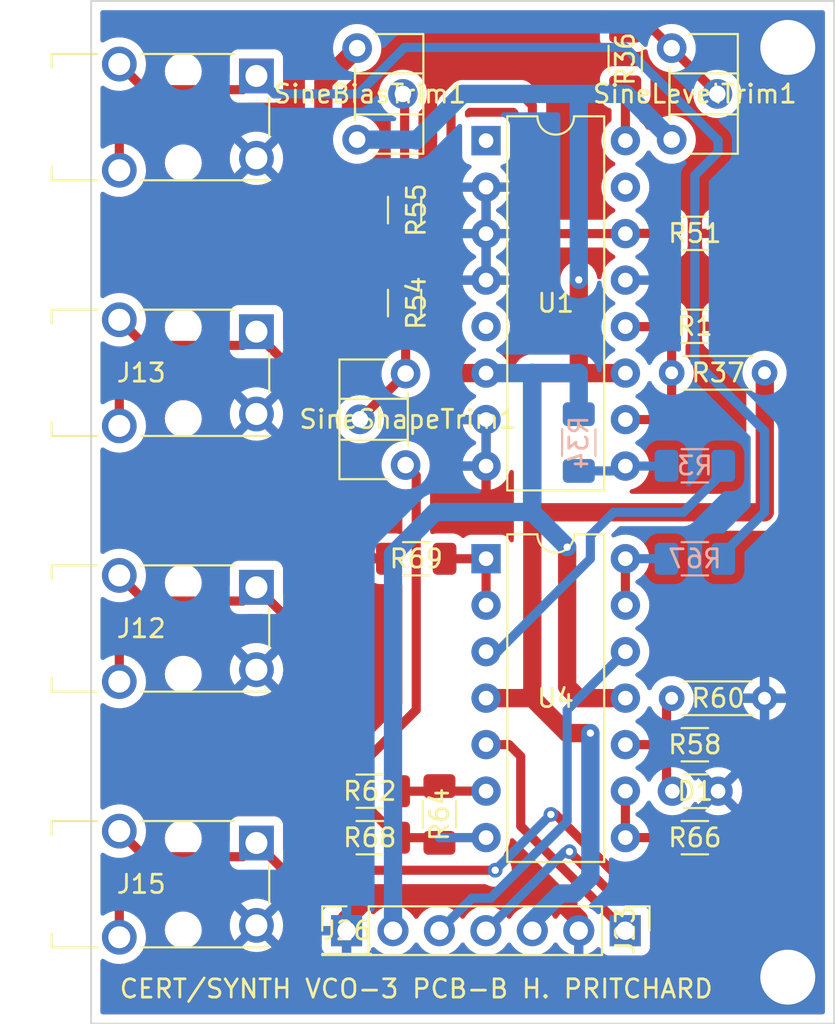
<source format=kicad_pcb>
(kicad_pcb (version 20211014) (generator pcbnew)
  (layers (0 "F.Cu" signal) (31 "B.Cu" signal) (34 "B.Paste" user) (35 "F.Paste" user) (36 "B.SilkS" user "B.Silkscreen") (37 "F.SilkS" user "F.Silkscreen") (38 "B.Mask" user) (39 "F.Mask" user) (44 "Edge.Cuts" user))
  (net 0 "")
  (net 1 "GND")
  (net 2 "Net-(D1-Pad2)")
  (net 3 "-15V")
  (net 4 "+15V")
  (net 5 "Net-(R68-Pad2)")
  (net 6 "Net-(R69-Pad2)")
  (net 7 "Net-(R67-Pad2)")
  (net 8 "Net-(R66-Pad2)")
  (net 9 "Net-(U1-Pad12)")
  (net 10 "Net-(R34-Pad2)")
  (net 11 "Net-(U4-Pad3)")
  (net 12 "Net-(R36-Pad1)")
  (net 13 "Net-(R36-Pad2)")
  (net 14 "Net-(R51-Pad2)")
  (net 15 "Net-(R54-Pad2)")
  (net 16 "Net-(R55-Pad2)")
  (net 17 "Net-(R58-Pad1)")
  (net 18 "Net-(R62-Pad2)")
  (net 19 "Net-(R64-Pad2)")
  (net 20 "Net-(R66-Pad1)")
  (net 21 "Net-(R67-Pad1)")
  (net 22 "Net-(R69-Pad1)")
  (net 26 "Net-(U4-Pad12)")
  (net 27 "Net-(U4-Pad5)")
  (footprint "Potentiometer_THT:Potentiometer_ACP_CA6-H2,5_Horizontal" (layer "F.Cu") (at 109.91 126.96 180)
    (fp_text reference "SineShapeTrim1" (at -0.121 2.5005) (layer "F.SilkS"))
    (fp_text value "100k Pot")
    (fp_line (start -0.121 1.066) (end -0.121 3.935) (layer "F.SilkS") (width 0.12))
    (fp_line (start 0.925 -0.77) (end 3.62 -0.77) (layer "F.SilkS") (width 0.12))
    (fp_line (start 0.925 5.77) (end 3.62 5.77) (layer "F.SilkS") (width 0.12))
    (fp_line (start 3.62 1.38) (end 3.62 3.62) (layer "F.SilkS") (width 0.12))
    (fp_line (start -0.121 1.38) (end -0.121 3.62) (layer "F.SilkS") (width 0.12))
    (fp_line (start 3.62 -0.77) (end 3.62 5.77) (layer "F.SilkS") (width 0.12))
    (fp_line (start -0.121 3.62) (end 3.62 3.62) (layer "F.SilkS") (width 0.12))
    (fp_line (start -0.121 1.38) (end 3.62 1.38) (layer "F.SilkS") (width 0.12))
    (pad "1" thru_hole circle (at 0 0 180) (size 1.62 1.62) (drill 0.9) (layers *.Cu *.Mask) (net 19 "Net-(R64-Pad2)"))
    (pad "2" thru_hole circle (at 2.5 2.5 180) (size 1.62 1.62) (drill 0.9) (layers *.Cu *.Mask) (net 15 "Net-(R54-Pad2)"))
    (pad "3" thru_hole circle (at 0 5 180) (size 1.62 1.62) (drill 0.9) (layers *.Cu *.Mask) (net 15 "Net-(R54-Pad2)"))
  )
  (footprint "Connector_PinHeader_2.54mm:PinHeader_1x01_P2.54mm_Vertical" (layer "F.Cu") (at 106.68 152.4)
    (fp_text reference "J26" (at 0 0) (layer "F.SilkS"))
    (fp_text value "Conn_01x01_Male")
    (fp_line (start 1.33 1.27) (end 1.33 1.33) (layer "F.SilkS") (width 0.12))
    (fp_line (start -1.33 1.27) (end -1.33 1.33) (layer "F.SilkS") (width 0.12))
    (fp_line (start -1.33 -1.33) (end 0 -1.33) (layer "F.SilkS") (width 0.12))
    (fp_line (start -1.33 1.33) (end 1.33 1.33) (layer "F.SilkS") (width 0.12))
    (fp_line (start -1.33 0) (end -1.33 -1.33) (layer "F.SilkS") (width 0.12))
    (fp_line (start -1.33 1.27) (end 1.33 1.27) (layer "F.SilkS") (width 0.12))
    (pad "1" thru_hole rect (at 0 0) (size 1.7 1.7) (drill 1) (layers *.Cu *.Mask) (net 1 "GND"))
  )
  (footprint "Resistor_SMD:R_1206_3216Metric_Pad1.30x1.75mm_HandSolder" (layer "F.Cu") (at 111.76 146.05 -90)
    (fp_text reference "R64" (at 0 0 90) (layer "F.SilkS"))
    (fp_text value "100k")
    (fp_line (start -0.727064 -0.91) (end 0.727064 -0.91) (layer "F.SilkS") (width 0.12))
    (fp_line (start -0.727064 0.91) (end 0.727064 0.91) (layer "F.SilkS") (width 0.12))
    (pad "1" smd roundrect (at -1.55 0 270) (size 1.3 1.75) (layers "F.Cu" "F.Paste" "F.Mask") (roundrect_rratio 0.1923076923) (net 18 "Net-(R62-Pad2)"))
    (pad "2" smd roundrect (at 1.55 0 270) (size 1.3 1.75) (layers "F.Cu" "F.Paste" "F.Mask") (roundrect_rratio 0.1923076923) (net 19 "Net-(R64-Pad2)"))
  )
  (footprint "Connector_Audio:Jack_3.5mm_Switronic_ST-005-G_horizontal" (layer "F.Cu") (at 95.25 135.89)
    (fp_text reference "J12" (at 0.2 0) (layer "F.SilkS"))
    (fp_text value "TRI OUt")
    (fp_line (start 0.2 3.45) (end 7.2 3.45) (layer "F.SilkS") (width 0.12))
    (fp_line (start -4.7 -3.45) (end -2.2 -3.45) (layer "F.SilkS") (width 0.12))
    (fp_line (start 7.2 -1.05) (end 7.2 1.05) (layer "F.SilkS") (width 0.12))
    (fp_line (start -4.7 3.45) (end -4.7 2.7) (layer "F.SilkS") (width 0.12))
    (fp_line (start -4.7 -2.7) (end -4.7 -3.45) (layer "F.SilkS") (width 0.12))
    (fp_line (start 0.2 -3.45) (end 5.3 -3.45) (layer "F.SilkS") (width 0.12))
    (fp_line (start -2.2 3.45) (end -4.7 3.45) (layer "F.SilkS") (width 0.12))
    (pad "" np_thru_hole circle (at 2.5 2.5) (size 1 1) (drill 1) (layers *.Cu *.Mask))
    (pad "" np_thru_hole circle (at 2.5 -2.5) (size 1 1) (drill 1) (layers *.Cu *.Mask))
    (pad "R" thru_hole rect (at 6.5 -2.25) (size 1.9 1.9) (drill 1.2) (layers *.Cu *.Mask) (net 5 "Net-(R68-Pad2)"))
    (pad "S" thru_hole circle (at 6.5 2.25) (size 1.9 1.9) (drill 1.2) (layers *.Cu *.Mask) (net 1 "GND"))
    (pad "T" thru_hole circle (at -1 -2.9) (size 1.9 1.9) (drill 1.2) (layers *.Cu *.Mask) (net 5 "Net-(R68-Pad2)"))
    (pad "T" thru_hole circle (at -1 2.9) (size 1.9 1.9) (drill 1.2) (layers *.Cu *.Mask) (net 5 "Net-(R68-Pad2)"))
  )
  (footprint "Package_DIP:DIP-14_W7.62mm" (layer "F.Cu") (at 114.31 132.075)
    (fp_text reference "U4" (at 3.8 7.625) (layer "F.SilkS"))
    (fp_text value "LM324")
    (fp_line (start 6.46 16.57) (end 6.46 -1.33) (layer "F.SilkS") (width 0.12))
    (fp_line (start 2.81 -1.33) (end 1.16 -1.33) (layer "F.SilkS") (width 0.12))
    (fp_line (start 1.16 -1.33) (end 1.16 16.57) (layer "F.SilkS") (width 0.12))
    (fp_line (start 6.46 -1.33) (end 4.81 -1.33) (layer "F.SilkS") (width 0.12))
    (fp_line (start 1.16 16.57) (end 6.46 16.57) (layer "F.SilkS") (width 0.12))
    (fp_arc (start 4.81 -1.33) (mid 3.81 -0.33) (end 2.81 -1.33) (layer "F.SilkS") (width 0.12))
    (pad "1" thru_hole rect (at 0 0) (size 1.6 1.6) (drill 0.8) (layers *.Cu *.Mask) (net 22 "Net-(R69-Pad1)"))
    (pad "2" thru_hole oval (at 0 2.54) (size 1.6 1.6) (drill 0.8) (layers *.Cu *.Mask) (net 22 "Net-(R69-Pad1)"))
    (pad "3" thru_hole oval (at 0 5.08) (size 1.6 1.6) (drill 0.8) (layers *.Cu *.Mask) (net 11 "Net-(U4-Pad3)"))
    (pad "4" thru_hole oval (at 0 7.62) (size 1.6 1.6) (drill 0.8) (layers *.Cu *.Mask) (net 4 "+15V"))
    (pad "5" thru_hole oval (at 0 10.16) (size 1.6 1.6) (drill 0.8) (layers *.Cu *.Mask) (net 27 "Net-(U4-Pad5)"))
    (pad "6" thru_hole oval (at 0 12.7) (size 1.6 1.6) (drill 0.8) (layers *.Cu *.Mask) (net 18 "Net-(R62-Pad2)"))
    (pad "7" thru_hole oval (at 0 15.24) (size 1.6 1.6) (drill 0.8) (layers *.Cu *.Mask) (net 19 "Net-(R64-Pad2)"))
    (pad "8" thru_hole oval (at 7.62 15.24) (size 1.6 1.6) (drill 0.8) (layers *.Cu *.Mask) (net 20 "Net-(R66-Pad1)"))
    (pad "9" thru_hole oval (at 7.62 12.7) (size 1.6 1.6) (drill 0.8) (layers *.Cu *.Mask) (net 20 "Net-(R66-Pad1)"))
    (pad "10" thru_hole oval (at 7.62 10.16) (size 1.6 1.6) (drill 0.8) (layers *.Cu *.Mask) (net 2 "Net-(D1-Pad2)"))
    (pad "11" thru_hole oval (at 7.62 7.62) (size 1.6 1.6) (drill 0.8) (layers *.Cu *.Mask) (net 3 "-15V"))
    (pad "12" thru_hole oval (at 7.62 5.08) (size 1.6 1.6) (drill 0.8) (layers *.Cu *.Mask) (net 26 "Net-(U4-Pad12)"))
    (pad "13" thru_hole oval (at 7.62 2.54) (size 1.6 1.6) (drill 0.8) (layers *.Cu *.Mask) (net 21 "Net-(R67-Pad1)"))
    (pad "14" thru_hole oval (at 7.62 0) (size 1.6 1.6) (drill 0.8) (layers *.Cu *.Mask) (net 21 "Net-(R67-Pad1)"))
  )
  (footprint "Resistor_THT:R_Axial_DIN0204_L3.6mm_D1.6mm_P5.08mm_Horizontal" (layer "F.Cu") (at 124.46 139.7)
    (fp_text reference "R60" (at 2.54 0) (layer "F.SilkS"))
    (fp_text value "47k")
    (fp_line (start 0.62 -0.92) (end 4.46 -0.92) (layer "F.SilkS") (width 0.12))
    (fp_line (start 0.62 0.92) (end 4.46 0.92) (layer "F.SilkS") (width 0.12))
    (pad "1" thru_hole circle (at 0 0) (size 1.4 1.4) (drill 0.7) (layers *.Cu *.Mask) (net 2 "Net-(D1-Pad2)"))
    (pad "2" thru_hole oval (at 5.08 0) (size 1.4 1.4) (drill 0.7) (layers *.Cu *.Mask) (net 1 "GND"))
  )
  (footprint "Capacitor_THT:C_Disc_D3.0mm_W1.6mm_P2.50mm" (layer "F.Cu") (at 127 144.78 180)
    (fp_text reference "D1" (at 1.25 0) (layer "F.SilkS"))
    (fp_text value "DIODE")
    (fp_line (start 0.621 -0.92) (end 1.879 -0.92) (layer "F.SilkS") (width 0.12))
    (fp_line (start 0.621 0.92) (end 1.879 0.92) (layer "F.SilkS") (width 0.12))
    (pad "1" thru_hole circle (at 0 0 180) (size 1.6 1.6) (drill 0.8) (layers *.Cu *.Mask) (net 1 "GND"))
    (pad "2" thru_hole circle (at 2.5 0 180) (size 1.6 1.6) (drill 0.8) (layers *.Cu *.Mask) (net 2 "Net-(D1-Pad2)"))
  )
  (footprint "Resistor_SMD:R_1206_3216Metric_Pad1.30x1.75mm_HandSolder" (layer "F.Cu") (at 125.73 147.32)
    (fp_text reference "R66" (at 0 0) (layer "F.SilkS"))
    (fp_text value "1k")
    (fp_line (start -0.727064 -0.91) (end 0.727064 -0.91) (layer "F.SilkS") (width 0.12))
    (fp_line (start -0.727064 0.91) (end 0.727064 0.91) (layer "F.SilkS") (width 0.12))
    (pad "1" smd roundrect (at -1.55 0) (size 1.3 1.75) (layers "F.Cu" "F.Paste" "F.Mask") (roundrect_rratio 0.1923076923) (net 20 "Net-(R66-Pad1)"))
    (pad "2" smd roundrect (at 1.55 0) (size 1.3 1.75) (layers "F.Cu" "F.Paste" "F.Mask") (roundrect_rratio 0.1923076923) (net 8 "Net-(R66-Pad2)"))
  )
  (footprint "Connector_PinHeader_2.54mm:PinHeader_1x06_P2.54mm_Vertical" (layer "F.Cu") (at 121.92 152.4 -90)
    (fp_text reference "J23" (at 0 0 90) (layer "F.SilkS"))
    (fp_text value "Conn_01x06_Male")
    (fp_line (start -1.33 0) (end -1.33 -1.33) (layer "F.SilkS") (width 0.12))
    (fp_line (start -1.33 1.27) (end 1.33 1.27) (layer "F.SilkS") (width 0.12))
    (fp_line (start -1.33 -1.33) (end 0 -1.33) (layer "F.SilkS") (width 0.12))
    (fp_line (start 1.33 1.27) (end 1.33 14.03) (layer "F.SilkS") (width 0.12))
    (fp_line (start -1.33 14.03) (end 1.33 14.03) (layer "F.SilkS") (width 0.12))
    (fp_line (start -1.33 1.27) (end -1.33 14.03) (layer "F.SilkS") (width 0.12))
    (pad "1" thru_hole rect (at 0 0 270) (size 1.7 1.7) (drill 1) (layers *.Cu *.Mask) (net 27 "Net-(U4-Pad5)"))
    (pad "2" thru_hole oval (at 0 2.54 270) (size 1.7 1.7) (drill 1) (layers *.Cu *.Mask) (net 1 "GND"))
    (pad "3" thru_hole oval (at 0 5.08 270) (size 1.7 1.7) (drill 1) (layers *.Cu *.Mask) (net 4 "+15V"))
    (pad "4" thru_hole oval (at 0 7.62 270) (size 1.7 1.7) (drill 1) (layers *.Cu *.Mask) (net 17 "Net-(R58-Pad1)"))
    (pad "5" thru_hole oval (at 0 10.16 270) (size 1.7 1.7) (drill 1) (layers *.Cu *.Mask) (net 26 "Net-(U4-Pad12)"))
    (pad "6" thru_hole oval (at 0 12.7 270) (size 1.7 1.7) (drill 1) (layers *.Cu *.Mask) (net 3 "-15V"))
  )
  (footprint "Resistor_SMD:R_1206_3216Metric_Pad1.30x1.75mm_HandSolder" (layer "F.Cu") (at 109.855 113.03 90)
    (fp_text reference "R55" (at 0 0.635 90) (layer "F.SilkS"))
    (fp_text value "470k")
    (fp_line (start -0.727064 0.91) (end 0.727064 0.91) (layer "F.SilkS") (width 0.12))
    (fp_line (start -0.727064 -0.91) (end 0.727064 -0.91) (layer "F.SilkS") (width 0.12))
    (pad "1" smd roundrect (at -1.55 0 90) (size 1.3 1.75) (layers "F.Cu" "F.Paste" "F.Mask") (roundrect_rratio 0.1923076923) (net 14 "Net-(R51-Pad2)"))
    (pad "2" smd roundrect (at 1.55 0 90) (size 1.3 1.75) (layers "F.Cu" "F.Paste" "F.Mask") (roundrect_rratio 0.1923076923) (net 16 "Net-(R55-Pad2)"))
  )
  (footprint "Resistor_SMD:R_1206_3216Metric_Pad1.30x1.75mm_HandSolder" (layer "F.Cu") (at 109.855 118.11 -90)
    (fp_text reference "R54" (at 0 -0.635 90) (layer "F.SilkS"))
    (fp_text value "20k")
    (fp_line (start -0.727064 -0.91) (end 0.727064 -0.91) (layer "F.SilkS") (width 0.12))
    (fp_line (start -0.727064 0.91) (end 0.727064 0.91) (layer "F.SilkS") (width 0.12))
    (pad "1" smd roundrect (at -1.55 0 270) (size 1.3 1.75) (layers "F.Cu" "F.Paste" "F.Mask") (roundrect_rratio 0.1923076923) (net 14 "Net-(R51-Pad2)"))
    (pad "2" smd roundrect (at 1.55 0 270) (size 1.3 1.75) (layers "F.Cu" "F.Paste" "F.Mask") (roundrect_rratio 0.1923076923) (net 15 "Net-(R54-Pad2)"))
  )
  (footprint "Resistor_SMD:R_1206_3216Metric_Pad1.30x1.75mm_HandSolder" (layer "F.Cu") (at 125.73 119.38 180)
    (fp_text reference "R1" (at 0 0) (layer "F.SilkS"))
    (fp_text value "130k")
    (fp_line (start -0.727064 -0.91) (end 0.727064 -0.91) (layer "F.SilkS") (width 0.12))
    (fp_line (start -0.727064 0.91) (end 0.727064 0.91) (layer "F.SilkS") (width 0.12))
    (pad "1" smd roundrect (at -1.55 0 180) (size 1.3 1.75) (layers "F.Cu" "F.Paste" "F.Mask") (roundrect_rratio 0.1923076923) (net 1 "GND"))
    (pad "2" smd roundrect (at 1.55 0 180) (size 1.3 1.75) (layers "F.Cu" "F.Paste" "F.Mask") (roundrect_rratio 0.1923076923) (net 9 "Net-(U1-Pad12)"))
  )
  (footprint "Resistor_SMD:R_1206_3216Metric_Pad1.30x1.75mm_HandSolder" (layer "F.Cu") (at 107.95 144.78)
    (fp_text reference "R62" (at 0 0) (layer "F.SilkS"))
    (fp_text value "100k")
    (fp_line (start -0.727064 -0.91) (end 0.727064 -0.91) (layer "F.SilkS") (width 0.12))
    (fp_line (start -0.727064 0.91) (end 0.727064 0.91) (layer "F.SilkS") (width 0.12))
    (pad "1" smd roundrect (at -1.55 0) (size 1.3 1.75) (layers "F.Cu" "F.Paste" "F.Mask") (roundrect_rratio 0.1923076923) (net 1 "GND"))
    (pad "2" smd roundrect (at 1.55 0) (size 1.3 1.75) (layers "F.Cu" "F.Paste" "F.Mask") (roundrect_rratio 0.1923076923) (net 18 "Net-(R62-Pad2)"))
  )
  (footprint "Package_DIP:DIP-16_W7.62mm" (layer "F.Cu") (at 114.31 109.235)
    (fp_text reference "U1" (at 3.81 8.875) (layer "F.SilkS"))
    (fp_text value "LM13700")
    (fp_line (start 2.81 -1.33) (end 1.16 -1.33) (layer "F.SilkS") (width 0.12))
    (fp_line (start 1.16 19.11) (end 6.46 19.11) (layer "F.SilkS") (width 0.12))
    (fp_line (start 1.16 -1.33) (end 1.16 19.11) (layer "F.SilkS") (width 0.12))
    (fp_line (start 6.46 -1.33) (end 4.81 -1.33) (layer "F.SilkS") (width 0.12))
    (fp_line (start 6.46 19.11) (end 6.46 -1.33) (layer "F.SilkS") (width 0.12))
    (fp_arc (start 4.81 -1.33) (mid 3.81 -0.33) (end 2.81 -1.33) (layer "F.SilkS") (width 0.12))
    (pad "1" thru_hole rect (at 0 0) (size 1.6 1.6) (drill 0.8) (layers *.Cu *.Mask))
    (pad "2" thru_hole oval (at 0 2.54) (size 1.6 1.6) (drill 0.8) (layers *.Cu *.Mask) (net 1 "GND"))
    (pad "3" thru_hole oval (at 0 5.08) (size 1.6 1.6) (drill 0.8) (layers *.Cu *.Mask) (net 1 "GND"))
    (pad "4" thru_hole oval (at 0 7.62) (size 1.6 1.6) (drill 0.8) (layers *.Cu *.Mask) (net 1 "GND"))
    (pad "5" thru_hole oval (at 0 10.16) (size 1.6 1.6) (drill 0.8) (layers *.Cu *.Mask))
    (pad "6" thru_hole oval (at 0 12.7) (size 1.6 1.6) (drill 0.8) (layers *.Cu *.Mask) (net 3 "-15V"))
    (pad "7" thru_hole oval (at 0 15.24) (size 1.6 1.6) (drill 0.8) (layers *.Cu *.Mask) (net 1 "GND"))
    (pad "8" thru_hole oval (at 0 17.78) (size 1.6 1.6) (drill 0.8) (layers *.Cu *.Mask) (net 1 "GND"))
    (pad "9" thru_hole oval (at 7.62 17.78) (size 1.6 1.6) (drill 0.8) (layers *.Cu *.Mask) (net 10 "Net-(R34-Pad2)"))
    (pad "10" thru_hole oval (at 7.62 15.24) (size 1.6 1.6) (drill 0.8) (layers *.Cu *.Mask) (net 9 "Net-(U1-Pad12)"))
    (pad "11" thru_hole oval (at 7.62 12.7) (size 1.6 1.6) (drill 0.8) (layers *.Cu *.Mask) (net 4 "+15V"))
    (pad "12" thru_hole oval (at 7.62 10.16) (size 1.6 1.6) (drill 0.8) (layers *.Cu *.Mask) (net 9 "Net-(U1-Pad12)"))
    (pad "13" thru_hole oval (at 7.62 7.62) (size 1.6 1.6) (drill 0.8) (layers *.Cu *.Mask) (net 1 "GND"))
    (pad "14" thru_hole oval (at 7.62 5.08) (size 1.6 1.6) (drill 0.8) (layers *.Cu *.Mask) (net 14 "Net-(R51-Pad2)"))
    (pad "15" thru_hole oval (at 7.62 2.54) (size 1.6 1.6) (drill 0.8) (layers *.Cu *.Mask))
    (pad "16" thru_hole oval (at 7.62 0) (size 1.6 1.6) (drill 0.8) (layers *.Cu *.Mask) (net 13 "Net-(R36-Pad2)"))
  )
  (footprint "Potentiometer_THT:Potentiometer_ACP_CA6-H2,5_Horizontal" (layer "F.Cu") (at 107.26 104.18)
    (fp_text reference "SineBiasTrim1" (at 0.69 2.5) (layer "F.SilkS"))
    (fp_text value "100k Pot")
    (fp_line (start -0.121 1.38) (end 3.62 1.38) (layer "F.SilkS") (width 0.12))
    (fp_line (start 3.62 1.38) (end 3.62 3.62) (layer "F.SilkS") (width 0.12))
    (fp_line (start -0.121 1.066) (end -0.121 3.935) (layer "F.SilkS") (width 0.12))
    (fp_line (start 3.62 -0.77) (end 3.62 5.77) (layer "F.SilkS") (width 0.12))
    (fp_line (start -0.121 1.38) (end -0.121 3.62) (layer "F.SilkS") (width 0.12))
    (fp_line (start -0.121 3.62) (end 3.62 3.62) (layer "F.SilkS") (width 0.12))
    (fp_line (start 0.925 5.77) (end 3.62 5.77) (layer "F.SilkS") (width 0.12))
    (fp_line (start 0.925 -0.77) (end 3.62 -0.77) (layer "F.SilkS") (width 0.12))
    (pad "1" thru_hole circle (at 0 0) (size 1.62 1.62) (drill 0.9) (layers *.Cu *.Mask) (net 3 "-15V"))
    (pad "2" thru_hole circle (at 2.5 2.5) (size 1.62 1.62) (drill 0.9) (layers *.Cu *.Mask) (net 16 "Net-(R55-Pad2)"))
    (pad "3" thru_hole circle (at 0 5) (size 1.62 1.62) (drill 0.9) (layers *.Cu *.Mask) (net 4 "+15V"))
  )
  (footprint "Resistor_SMD:R_1206_3216Metric_Pad1.30x1.75mm_HandSolder" (layer "F.Cu") (at 110.49 132.08 180)
    (fp_text reference "R69" (at 0 0) (layer "F.SilkS"))
    (fp_text value "1k")
    (fp_line (start -0.727064 0.91) (end 0.727064 0.91) (layer "F.SilkS") (width 0.12))
    (fp_line (start -0.727064 -0.91) (end 0.727064 -0.91) (layer "F.SilkS") (width 0.12))
    (pad "1" smd roundrect (at -1.55 0 180) (size 1.3 1.75) (layers "F.Cu" "F.Paste" "F.Mask") (roundrect_rratio 0.1923076923) (net 22 "Net-(R69-Pad1)"))
    (pad "2" smd roundrect (at 1.55 0 180) (size 1.3 1.75) (layers "F.Cu" "F.Paste" "F.Mask") (roundrect_rratio 0.1923076923) (net 6 "Net-(R69-Pad2)"))
  )
  (footprint "Connector_Audio:Jack_3.5mm_Switronic_ST-005-G_horizontal" (layer "F.Cu") (at 95.25 121.92)
    (fp_text reference "J13" (at 0.2 0) (layer "F.SilkS"))
    (fp_text value "SIN OUT")
    (fp_line (start 0.2 3.45) (end 7.2 3.45) (layer "F.SilkS") (width 0.12))
    (fp_line (start 7.2 -1.05) (end 7.2 1.05) (layer "F.SilkS") (width 0.12))
    (fp_line (start -4.7 -3.45) (end -2.2 -3.45) (layer "F.SilkS") (width 0.12))
    (fp_line (start -2.2 3.45) (end -4.7 3.45) (layer "F.SilkS") (width 0.12))
    (fp_line (start -4.7 -2.7) (end -4.7 -3.45) (layer "F.SilkS") (width 0.12))
    (fp_line (start 0.2 -3.45) (end 5.3 -3.45) (layer "F.SilkS") (width 0.12))
    (fp_line (start -4.7 3.45) (end -4.7 2.7) (layer "F.SilkS") (width 0.12))
    (pad "" np_thru_hole circle (at 2.5 2.5) (size 1 1) (drill 1) (layers *.Cu *.Mask))
    (pad "" np_thru_hole circle (at 2.5 -2.5) (size 1 1) (drill 1) (layers *.Cu *.Mask))
    (pad "R" thru_hole rect (at 6.5 -2.25) (size 1.9 1.9) (drill 1.2) (layers *.Cu *.Mask) (net 6 "Net-(R69-Pad2)"))
    (pad "S" thru_hole circle (at 6.5 2.25) (size 1.9 1.9) (drill 1.2) (layers *.Cu *.Mask) (net 1 "GND"))
    (pad "T" thru_hole circle (at -1 2.9) (size 1.9 1.9) (drill 1.2) (layers *.Cu *.Mask) (net 6 "Net-(R69-Pad2)"))
    (pad "T" thru_hole circle (at -1 -2.9) (size 1.9 1.9) (drill 1.2) (layers *.Cu *.Mask) (net 6 "Net-(R69-Pad2)"))
  )
  (footprint "Connector_Audio:Jack_3.5mm_Switronic_ST-005-G_horizontal" (layer "F.Cu") (at 95.25 107.95)
    (fp_text reference "J14" hide)
    (fp_text value "SAW OUt")
    (fp_line (start -4.7 3.45) (end -4.7 2.7) (layer "F.SilkS") (width 0.12))
    (fp_line (start -4.7 -2.7) (end -4.7 -3.45) (layer "F.SilkS") (width 0.12))
    (fp_line (start 0.2 -3.45) (end 5.3 -3.45) (layer "F.SilkS") (width 0.12))
    (fp_line (start -4.7 -3.45) (end -2.2 -3.45) (layer "F.SilkS") (width 0.12))
    (fp_line (start -2.2 3.45) (end -4.7 3.45) (layer "F.SilkS") (width 0.12))
    (fp_line (start 7.2 -1.05) (end 7.2 1.05) (layer "F.SilkS") (width 0.12))
    (fp_line (start 0.2 3.45) (end 7.2 3.45) (layer "F.SilkS") (width 0.12))
    (pad "" np_thru_hole circle (at 2.5 2.5) (size 1 1) (drill 1) (layers *.Cu *.Mask))
    (pad "" np_thru_hole circle (at 2.5 -2.5) (size 1 1) (drill 1) (layers *.Cu *.Mask))
    (pad "R" thru_hole rect (at 6.5 -2.25) (size 1.9 1.9) (drill 1.2) (layers *.Cu *.Mask) (net 7 "Net-(R67-Pad2)"))
    (pad "S" thru_hole circle (at 6.5 2.25) (size 1.9 1.9) (drill 1.2) (layers *.Cu *.Mask) (net 1 "GND"))
    (pad "T" thru_hole circle (at -1 2.9) (size 1.9 1.9) (drill 1.2) (layers *.Cu *.Mask) (net 7 "Net-(R67-Pad2)"))
    (pad "T" thru_hole circle (at -1 -2.9) (size 1.9 1.9) (drill 1.2) (layers *.Cu *.Mask) (net 7 "Net-(R67-Pad2)"))
  )
  (footprint "Resistor_SMD:R_1206_3216Metric_Pad1.30x1.75mm_HandSolder" (layer "F.Cu") (at 107.95 147.32 180)
    (fp_text reference "R68" (at 0 0) (layer "F.SilkS"))
    (fp_text value "1k")
    (fp_line (start -0.727064 -0.91) (end 0.727064 -0.91) (layer "F.SilkS") (width 0.12))
    (fp_line (start -0.727064 0.91) (end 0.727064 0.91) (layer "F.SilkS") (width 0.12))
    (pad "1" smd roundrect (at -1.55 0 180) (size 1.3 1.75) (layers "F.Cu" "F.Paste" "F.Mask") (roundrect_rratio 0.1923076923) (net 19 "Net-(R64-Pad2)"))
    (pad "2" smd roundrect (at 1.55 0 180) (size 1.3 1.75) (layers "F.Cu" "F.Paste" "F.Mask") (roundrect_rratio 0.1923076923) (net 5 "Net-(R68-Pad2)"))
  )
  (footprint "Resistor_THT:R_Axial_DIN0204_L3.6mm_D1.6mm_P5.08mm_Horizontal" (layer "F.Cu") (at 129.54 121.92 180)
    (fp_text reference "R37" (at 2.54 0) (layer "F.SilkS"))
    (fp_text value "1M")
    (fp_line (start 0.62 0.92) (end 4.46 0.92) (layer "F.SilkS") (width 0.12))
    (fp_line (start 0.62 -0.92) (end 4.46 -0.92) (layer "F.SilkS") (width 0.12))
    (pad "1" thru_hole circle (at 0 0 180) (size 1.4 1.4) (drill 0.7) (layers *.Cu *.Mask) (net 4 "+15V"))
    (pad "2" thru_hole oval (at 5.08 0 180) (size 1.4 1.4) (drill 0.7) (layers *.Cu *.Mask) (net 9 "Net-(U1-Pad12)"))
  )
  (footprint "Resistor_SMD:R_1206_3216Metric_Pad1.30x1.75mm_HandSolder" (layer "F.Cu") (at 125.73 142.24 180)
    (fp_text reference "R58" (at 0 0) (layer "F.SilkS"))
    (fp_text value "2k")
    (fp_line (start -0.727064 -0.91) (end 0.727064 -0.91) (layer "F.SilkS") (width 0.12))
    (fp_line (start -0.727064 0.91) (end 0.727064 0.91) (layer "F.SilkS") (width 0.12))
    (pad "1" smd roundrect (at -1.55 0 180) (size 1.3 1.75) (layers "F.Cu" "F.Paste" "F.Mask") (roundrect_rratio 0.1923076923) (net 17 "Net-(R58-Pad1)"))
    (pad "2" smd roundrect (at 1.55 0 180) (size 1.3 1.75) (layers "F.Cu" "F.Paste" "F.Mask") (roundrect_rratio 0.1923076923) (net 2 "Net-(D1-Pad2)"))
  )
  (footprint "Connector_Audio:Jack_3.5mm_Switronic_ST-005-G_horizontal" (layer "F.Cu") (at 95.25 149.86)
    (fp_text reference "J15" (at 0.2 0) (layer "F.SilkS"))
    (fp_text value "SQR OUT")
    (fp_line (start -4.7 -2.7) (end -4.7 -3.45) (layer "F.SilkS") (width 0.12))
    (fp_line (start -2.2 3.45) (end -4.7 3.45) (layer "F.SilkS") (width 0.12))
    (fp_line (start 7.2 -1.05) (end 7.2 1.05) (layer "F.SilkS") (width 0.12))
    (fp_line (start -4.7 3.45) (end -4.7 2.7) (layer "F.SilkS") (width 0.12))
    (fp_line (start -4.7 -3.45) (end -2.2 -3.45) (layer "F.SilkS") (width 0.12))
    (fp_line (start 0.2 -3.45) (end 5.3 -3.45) (layer "F.SilkS") (width 0.12))
    (fp_line (start 0.2 3.45) (end 7.2 3.45) (layer "F.SilkS") (width 0.12))
    (pad "" np_thru_hole circle (at 2.5 2.5) (size 1 1) (drill 1) (layers *.Cu *.Mask))
    (pad "" np_thru_hole circle (at 2.5 -2.5) (size 1 1) (drill 1) (layers *.Cu *.Mask))
    (pad "R" thru_hole rect (at 6.5 -2.25) (size 1.9 1.9) (drill 1.2) (layers *.Cu *.Mask) (net 8 "Net-(R66-Pad2)"))
    (pad "S" thru_hole circle (at 6.5 2.25) (size 1.9 1.9) (drill 1.2) (layers *.Cu *.Mask) (net 1 "GND"))
    (pad "T" thru_hole circle (at -1 2.9) (size 1.9 1.9) (drill 1.2) (layers *.Cu *.Mask) (net 8 "Net-(R66-Pad2)"))
    (pad "T" thru_hole circle (at -1 -2.9) (size 1.9 1.9) (drill 1.2) (layers *.Cu *.Mask) (net 8 "Net-(R66-Pad2)"))
  )
  (footprint "Resistor_SMD:R_1206_3216Metric_Pad1.30x1.75mm_HandSolder" (layer "F.Cu") (at 125.73 114.3 180)
    (fp_text reference "R51" (at 0 0) (layer "F.SilkS"))
    (fp_text value "1k")
    (fp_line (start -0.727064 -0.91) (end 0.727064 -0.91) (layer "F.SilkS") (width 0.12))
    (fp_line (start -0.727064 0.91) (end 0.727064 0.91) (layer "F.SilkS") (width 0.12))
    (pad "1" smd roundrect (at -1.55 0 180) (size 1.3 1.75) (layers "F.Cu" "F.Paste" "F.Mask") (roundrect_rratio 0.1923076923) (net 1 "GND"))
    (pad "2" smd roundrect (at 1.55 0 180) (size 1.3 1.75) (layers "F.Cu" "F.Paste" "F.Mask") (roundrect_rratio 0.1923076923) (net 14 "Net-(R51-Pad2)"))
  )
  (footprint "Potentiometer_THT:Potentiometer_ACP_CA6-H2,5_Horizontal" (layer "F.Cu") (at 124.46 104.18)
    (fp_text reference "SineLevelTrim1" (at 1.27 2.5) (layer "F.SilkS"))
    (fp_text value "1M Pot")
    (fp_line (start 3.62 -0.77) (end 3.62 5.77) (layer "F.SilkS") (width 0.12))
    (fp_line (start 0.925 5.77) (end 3.62 5.77) (layer "F.SilkS") (width 0.12))
    (fp_line (start -0.121 1.38) (end -0.121 3.62) (layer "F.SilkS") (width 0.12))
    (fp_line (start 0.925 -0.77) (end 3.62 -0.77) (layer "F.SilkS") (width 0.12))
    (fp_line (start -0.121 1.066) (end -0.121 3.935) (layer "F.SilkS") (width 0.12))
    (fp_line (start -0.121 1.38) (end 3.62 1.38) (layer "F.SilkS") (width 0.12))
    (fp_line (start 3.62 1.38) (end 3.62 3.62) (layer "F.SilkS") (width 0.12))
    (fp_line (start -0.121 3.62) (end 3.62 3.62) (layer "F.SilkS") (width 0.12))
    (pad "1" thru_hole circle (at 0 0) (size 1.62 1.62) (drill 0.9) (layers *.Cu *.Mask) (net 12 "Net-(R36-Pad1)"))
    (pad "2" thru_hole circle (at 2.5 2.5) (size 1.62 1.62) (drill 0.9) (layers *.Cu *.Mask) (net 12 "Net-(R36-Pad1)"))
    (pad "3" thru_hole circle (at 0 5) (size 1.62 1.62) (drill 0.9) (layers *.Cu *.Mask) (net 4 "+15V"))
  )
  (footprint "Resistor_SMD:R_1206_3216Metric_Pad1.30x1.75mm_HandSolder" (layer "F.Cu") (at 121.92 104.775 -90)
    (fp_text reference "R36" (at 0 0 90) (layer "F.SilkS"))
    (fp_text value "100k")
    (fp_line (start -0.727064 -0.91) (end 0.727064 -0.91) (layer "F.SilkS") (width 0.12))
    (fp_line (start -0.727064 0.91) (end 0.727064 0.91) (layer "F.SilkS") (width 0.12))
    (pad "1" smd roundrect (at -1.55 0 270) (size 1.3 1.75) (layers "F.Cu" "F.Paste" "F.Mask") (roundrect_rratio 0.1923076923) (net 12 "Net-(R36-Pad1)"))
    (pad "2" smd roundrect (at 1.55 0 270) (size 1.3 1.75) (layers "F.Cu" "F.Paste" "F.Mask") (roundrect_rratio 0.1923076923) (net 13 "Net-(R36-Pad2)"))
  )
  (footprint "Resistor_SMD:R_1206_3216Metric_Pad1.30x1.75mm_HandSolder" (layer "B.Cu") (at 125.73 127)
    (fp_text reference "R3" (at 0 0) (layer "B.SilkS") (effects (justify mirror)))
    (fp_text value "1k")
    (fp_line (start -0.727064 0.91) (end 0.727064 0.91) (layer "B.SilkS") (width 0.12))
    (fp_line (start -0.727064 -0.91) (end 0.727064 -0.91) (layer "B.SilkS") (width 0.12))
    (pad "1" smd roundrect (at -1.55 0) (size 1.3 1.75) (layers "B.Cu" "B.Paste" "B.Mask") (roundrect_rratio 0.1923076923) (net 10 "Net-(R34-Pad2)"))
    (pad "2" smd roundrect (at 1.55 0) (size 1.3 1.75) (layers "B.Cu" "B.Paste" "B.Mask") (roundrect_rratio 0.1923076923) (net 11 "Net-(U4-Pad3)"))
  )
  (footprint "Resistor_SMD:R_1206_3216Metric_Pad1.30x1.75mm_HandSolder" (layer "B.Cu") (at 125.73 132.08)
    (fp_text reference "R67" (at 0 0) (layer "B.SilkS") (effects (justify mirror)))
    (fp_text value "1k")
    (fp_line (start -0.727064 0.91) (end 0.727064 0.91) (layer "B.SilkS") (width 0.12))
    (fp_line (start -0.727064 -0.91) (end 0.727064 -0.91) (layer "B.SilkS") (width 0.12))
    (pad "1" smd roundrect (at -1.55 0) (size 1.3 1.75) (layers "B.Cu" "B.Paste" "B.Mask") (roundrect_rratio 0.1923076923) (net 21 "Net-(R67-Pad1)"))
    (pad "2" smd roundrect (at 1.55 0) (size 1.3 1.75) (layers "B.Cu" "B.Paste" "B.Mask") (roundrect_rratio 0.1923076923) (net 7 "Net-(R67-Pad2)"))
  )
  (footprint "Resistor_SMD:R_1206_3216Metric_Pad1.30x1.75mm_HandSolder" (layer "B.Cu") (at 119.38 125.73 -90)
    (fp_text reference "R34" (at 0 0 90) (layer "B.SilkS") (effects (justify mirror)))
    (fp_text value "4.7k")
    (fp_line (start -0.727064 -0.91) (end 0.727064 -0.91) (layer "B.SilkS") (width 0.12))
    (fp_line (start -0.727064 0.91) (end 0.727064 0.91) (layer "B.SilkS") (width 0.12))
    (pad "1" smd roundrect (at -1.55 0 270) (size 1.3 1.75) (layers "B.Cu" "B.Paste" "B.Mask") (roundrect_rratio 0.1923076923) (net 3 "-15V"))
    (pad "2" smd roundrect (at 1.55 0 270) (size 1.3 1.75) (layers "B.Cu" "B.Paste" "B.Mask") (roundrect_rratio 0.1923076923) (net 10 "Net-(R34-Pad2)"))
  )
  (gr_rect (start 92.71 101.6) (end 133.35 157.48) (layer "Edge.Cuts") (width 0.1) (fill none))
  (gr_rect (start 92.71 101.6) (end 133.35 157.48) (layer "Edge.Cuts") (width 0.1) (fill none))
  (gr_text "CERT/SYNTH VCO-3 PCB-B H. PRITCHARD" (at 110.49 155.575) (layer "F.SilkS") (effects (font (size 1 1))))
  (segment (start 119.38 151.765) (end 119.38 152.4) (width 1) (layer "F.Cu") (net 1))
  (segment (start 107.95 150.495) (end 118.11 150.495) (width 1) (layer "F.Cu") (net 1))
  (segment (start 106.68 151.765) (end 107.95 150.495) (width 1) (layer "F.Cu") (net 1))
  (segment (start 118.11 150.495) (end 119.38 151.765) (width 1) (layer "F.Cu") (net 1))
  (segment (start 106.68 152.4) (end 106.68 151.765) (width 1) (layer "F.Cu") (net 1))
  (via (at 130.81 154.94) (size 3) (drill 3) (layers "F.Cu" "B.Cu") (net 1))
  (via (at 130.81 104.14) (size 3) (drill 3) (layers "F.Cu" "B.Cu") (net 1))
  (segment (start 124.175 142.235) (end 124.18 142.24) (width 0.5) (layer "F.Cu") (net 2))
  (segment (start 124.18 144.46) (end 124.5 144.78) (width 0.5) (layer "F.Cu") (net 2))
  (segment (start 124.18 139.98) (end 124.46 139.7) (width 0.5) (layer "F.Cu") (net 2))
  (segment (start 121.93 142.235) (end 124.175 142.235) (width 0.5) (layer "F.Cu") (net 2))
  (segment (start 124.18 142.24) (end 124.18 144.46) (width 0.5) (layer "F.Cu") (net 2))
  (segment (start 124.18 142.24) (end 124.18 139.98) (width 0.5) (layer "F.Cu") (net 2))
  (segment (start 105.41 106.03) (end 107.26 104.18) (width 1) (layer "F.Cu") (net 3))
  (segment (start 114.31 121.935) (end 111.775 121.935) (width 1) (layer "F.Cu") (net 3))
  (segment (start 111.76 118.11) (end 105.41 118.11) (width 1) (layer "F.Cu") (net 3))
  (segment (start 119.385 139.695) (end 119.38 139.7) (width 1) (layer "F.Cu") (net 3))
  (segment (start 111.775 121.935) (end 111.76 121.92) (width 1) (layer "F.Cu") (net 3))
  (segment (start 121.93 139.695) (end 119.385 139.695) (width 1) (layer "F.Cu") (net 3))
  (segment (start 119.38 139.7) (end 118.745 139.065) (width 1) (layer "F.Cu") (net 3))
  (segment (start 111.76 121.92) (end 111.76 118.11) (width 1) (layer "F.Cu") (net 3))
  (segment (start 118.745 139.065) (end 118.745 131.445) (width 1) (layer "F.Cu") (net 3))
  (segment (start 105.41 118.11) (end 105.41 106.03) (width 1) (layer "F.Cu") (net 3))
  (via (at 118.745 131.445) (size 0.8) (drill 0.4) (layers "F.Cu" "B.Cu") (net 3))
  (segment (start 109.22 152.4) (end 109.22 131.826) (width 1) (layer "B.Cu") (net 3))
  (segment (start 116.825 121.935) (end 116.825 129.525) (width 1) (layer "B.Cu") (net 3))
  (segment (start 119.38 121.92) (end 119.365 121.935) (width 1) (layer "B.Cu") (net 3))
  (segment (start 116.825 121.935) (end 114.31 121.935) (width 1) (layer "B.Cu") (net 3))
  (segment (start 119.38 124.18) (end 119.38 121.95) (width 1) (layer "B.Cu") (net 3))
  (segment (start 109.22 131.826) (end 111.521 129.525) (width 1) (layer "B.Cu") (net 3))
  (segment (start 119.365 121.935) (end 116.825 121.935) (width 1) (layer "B.Cu") (net 3))
  (segment (start 111.521 129.525) (end 116.825 129.525) (width 1) (layer "B.Cu") (net 3))
  (segment (start 119.38 121.95) (end 119.365 121.935) (width 1) (layer "B.Cu") (net 3))
  (segment (start 116.825 129.525) (end 118.745 131.445) (width 1) (layer "B.Cu") (net 3))
  (segment (start 129.54 129.54) (end 129.55452 129.52548) (width 1) (layer "F.Cu") (net 4))
  (segment (start 116.84 129.54) (end 116.84 121.92) (width 1) (layer "F.Cu") (net 4))
  (segment (start 129.55452 129.52548) (end 129.55452 121.93452) (width 1) (layer "F.Cu") (net 4))
  (segment (start 116.835 139.695) (end 118.745 141.605) (width 1) (layer "F.Cu") (net 4))
  (segment (start 129.55452 121.93452) (end 129.54 121.92) (width 1) (layer "F.Cu") (net 4))
  (segment (start 116.84 129.54) (end 129.54 129.54) (width 1) (layer "F.Cu") (net 4))
  (segment (start 116.84 121.92) (end 116.855 121.935) (width 1) (layer "F.Cu") (net 4))
  (segment (start 118.745 141.605) (end 120.015 141.605) (width 1) (layer "F.Cu") (net 4))
  (segment (start 119.365 121.935) (end 119.38 121.92) (width 1) (layer "F.Cu") (net 4))
  (segment (start 116.855 121.935) (end 119.365 121.935) (width 1) (layer "F.Cu") (net 4))
  (segment (start 119.365 121.935) (end 121.93 121.935) (width 1) (layer "F.Cu") (net 4))
  (segment (start 119.38 121.92) (end 119.38 116.84) (width 1) (layer "F.Cu") (net 4))
  (segment (start 116.835 139.695) (end 114.31 139.695) (width 1) (layer "F.Cu") (net 4))
  (segment (start 116.84 139.7) (end 116.835 139.695) (width 1) (layer "F.Cu") (net 4))
  (segment (start 116.84 139.7) (end 116.84 129.54) (width 1) (layer "F.Cu") (net 4))
  (via (at 119.38 116.84) (size 0.8) (drill 0.4) (layers "F.Cu" "B.Cu") (net 4))
  (via (at 120.015 141.605) (size 0.8) (drill 0.4) (layers "F.Cu" "B.Cu") (net 4))
  (segment (start 119.126 150.368) (end 118.364 150.368) (width 1) (layer "B.Cu") (net 4))
  (segment (start 110.45 109.18) (end 107.26 109.18) (width 1) (layer "B.Cu") (net 4))
  (segment (start 124.46 109.18) (end 121.96 106.68) (width 1) (layer "B.Cu") (net 4))
  (segment (start 121.96 106.68) (end 119.38 106.68) (width 1) (layer "B.Cu") (net 4))
  (segment (start 119.38 106.68) (end 113.03 106.68) (width 1) (layer "B.Cu") (net 4))
  (segment (start 119.38 116.84) (end 119.38 106.68) (width 1) (layer "B.Cu") (net 4))
  (segment (start 118.364 150.368) (end 116.84 151.892) (width 1) (layer "B.Cu") (net 4))
  (segment (start 110.49 109.22) (end 110.45 109.18) (width 1) (layer "B.Cu") (net 4))
  (segment (start 120.015 149.479) (end 119.126 150.368) (width 1) (layer "B.Cu") (net 4))
  (segment (start 116.84 151.892) (end 116.84 152.4) (width 1) (layer "B.Cu") (net 4))
  (segment (start 120.015 141.605) (end 120.015 149.479) (width 1) (layer "B.Cu") (net 4))
  (segment (start 113.03 106.68) (end 110.49 109.22) (width 1) (layer "B.Cu") (net 4))
  (segment (start 106.045 147.32) (end 104.14 145.415) (width 0.5) (layer "F.Cu") (net 5))
  (segment (start 104.14 145.415) (end 104.14 136.03) (width 0.5) (layer "F.Cu") (net 5))
  (segment (start 94.25 138.79) (end 94.25 135.789042) (width 0.5) (layer "F.Cu") (net 5))
  (segment (start 94.25 135.789042) (end 95.649521 134.389521) (width 0.5) (layer "F.Cu") (net 5))
  (segment (start 95.649521 134.389521) (end 94.25 132.99) (width 0.5) (layer "F.Cu") (net 5))
  (segment (start 104.14 136.03) (end 101.75 133.64) (width 0.5) (layer "F.Cu") (net 5))
  (segment (start 101.000479 134.389521) (end 95.649521 134.389521) (width 0.5) (layer "F.Cu") (net 5))
  (segment (start 106.4 147.32) (end 106.045 147.32) (width 0.5) (layer "F.Cu") (net 5))
  (segment (start 101.75 133.64) (end 101.000479 134.389521) (width 0.5) (layer "F.Cu") (net 5))
  (segment (start 101.75 119.67) (end 101.75 119.784) (width 0.5) (layer "F.Cu") (net 6))
  (segment (start 101.000479 120.419521) (end 96.115479 120.419521) (width 0.5) (layer "F.Cu") (net 6))
  (segment (start 101.75 119.784) (end 105.156 123.19) (width 0.5) (layer "F.Cu") (net 6))
  (segment (start 108.204 132.08) (end 108.94 132.08) (width 0.5) (layer "F.Cu") (net 6))
  (segment (start 105.156 123.19) (end 105.156 129.032) (width 0.5) (layer "F.Cu") (net 6))
  (segment (start 95.649521 120.419521) (end 94.25 119.02) (width 0.5) (layer "F.Cu") (net 6))
  (segment (start 94.25 124.82) (end 94.25 122.285) (width 0.5) (layer "F.Cu") (net 6))
  (segment (start 94.25 122.285) (end 96.115479 120.419521) (width 0.5) (layer "F.Cu") (net 6))
  (segment (start 96.115479 120.419521) (end 95.649521 120.419521) (width 0.5) (layer "F.Cu") (net 6))
  (segment (start 101.75 119.67) (end 101.000479 120.419521) (width 0.5) (layer "F.Cu") (net 6))
  (segment (start 105.156 129.032) (end 108.204 132.08) (width 0.5) (layer "F.Cu") (net 6))
  (segment (start 94.25 110.85) (end 94.25 107.849042) (width 0.5) (layer "F.Cu") (net 7))
  (segment (start 95.649521 106.449521) (end 94.25 105.05) (width 0.5) (layer "F.Cu") (net 7))
  (segment (start 94.25 107.849042) (end 95.649521 106.449521) (width 0.5) (layer "F.Cu") (net 7))
  (segment (start 101.000479 106.449521) (end 95.649521 106.449521) (width 0.5) (layer "F.Cu") (net 7))
  (segment (start 101.75 105.7) (end 101.000479 106.449521) (width 0.5) (layer "F.Cu") (net 7))
  (segment (start 127 109.22) (end 121.92 104.14) (width 0.5) (layer "B.Cu") (net 7))
  (segment (start 125.73 111.125) (end 127 109.855) (width 0.5) (layer "B.Cu") (net 7))
  (segment (start 127 109.855) (end 127 109.22) (width 0.5) (layer "B.Cu") (net 7))
  (segment (start 125.73 121.285) (end 125.73 111.125) (width 0.5) (layer "B.Cu") (net 7))
  (segment (start 129.54 129.54) (end 129.54 125.095) (width 0.5) (layer "B.Cu") (net 7))
  (segment (start 127.28 131.8) (end 129.54 129.54) (width 0.5) (layer "B.Cu") (net 7))
  (segment (start 129.54 125.095) (end 125.73 121.285) (width 0.5) (layer "B.Cu") (net 7))
  (segment (start 102.73 106.68) (end 101.75 105.7) (width 0.5) (layer "B.Cu") (net 7))
  (segment (start 109.855 104.14) (end 107.315 106.68) (width 0.5) (layer "B.Cu") (net 7))
  (segment (start 127.28 132.08) (end 127.28 131.8) (width 0.5) (layer "B.Cu") (net 7))
  (segment (start 107.315 106.68) (end 102.73 106.68) (width 0.5) (layer "B.Cu") (net 7))
  (segment (start 121.92 104.14) (end 109.855 104.14) (width 0.5) (layer "B.Cu") (net 7))
  (segment (start 127.28 148.31) (end 126.365 149.225) (width 0.5) (layer "F.Cu") (net 8))
  (segment (start 94.25 152.76) (end 94.25 149.759042) (width 0.5) (layer "F.Cu") (net 8))
  (segment (start 121.285 149.225) (end 118.11 146.05) (width 0.5) (layer "F.Cu") (net 8))
  (segment (start 101.75 147.61) (end 101.000479 148.359521) (width 0.5) (layer "F.Cu") (net 8))
  (segment (start 103.238 149.098) (end 101.75 147.61) (width 0.5) (layer "F.Cu") (net 8))
  (segment (start 114.808 149.098) (end 103.238 149.098) (width 0.5) (layer "F.Cu") (net 8))
  (segment (start 95.649521 148.359521) (end 94.25 146.96) (width 0.5) (layer "F.Cu") (net 8))
  (segment (start 101.000479 148.359521) (end 95.649521 148.359521) (width 0.5) (layer "F.Cu") (net 8))
  (segment (start 94.25 149.759042) (end 95.649521 148.359521) (width 0.5) (layer "F.Cu") (net 8))
  (segment (start 118.11 146.05) (end 117.856 146.05) (width 0.5) (layer "F.Cu") (net 8))
  (segment (start 126.365 149.225) (end 121.285 149.225) (width 0.5) (layer "F.Cu") (net 8))
  (segment (start 127.28 147.32) (end 127.28 148.31) (width 0.5) (layer "F.Cu") (net 8))
  (via (at 114.808 149.098) (size 0.8) (drill 0.4) (layers "F.Cu" "B.Cu") (net 8))
  (via (at 117.856 146.05) (size 0.8) (drill 0.4) (layers "F.Cu" "B.Cu") (net 8))
  (segment (start 114.808 149.098) (end 117.856 146.05) (width 0.5) (layer "B.Cu") (net 8))
  (segment (start 101.75 147.61) (end 102.144 147.61) (width 0.5) (layer "B.Cu") (net 8))
  (segment (start 124.445 124.475) (end 124.46 124.46) (width 0.5) (layer "F.Cu") (net 9))
  (segment (start 124.46 119.66) (end 124.18 119.38) (width 0.5) (layer "F.Cu") (net 9))
  (segment (start 124.46 124.46) (end 124.46 119.66) (width 0.5) (layer "F.Cu") (net 9))
  (segment (start 121.93 119.395) (end 124.165 119.395) (width 0.5) (layer "F.Cu") (net 9))
  (segment (start 121.93 124.475) (end 124.445 124.475) (width 0.5) (layer "F.Cu") (net 9))
  (segment (start 124.165 119.395) (end 124.18 119.38) (width 0.5) (layer "F.Cu") (net 9))
  (segment (start 121.93 127.015) (end 124.165 127.015) (width 0.5) (layer "B.Cu") (net 10))
  (segment (start 121.665 127.28) (end 121.93 127.015) (width 0.5) (layer "B.Cu") (net 10))
  (segment (start 124.165 127.015) (end 124.18 127) (width 0.5) (layer "B.Cu") (net 10))
  (segment (start 119.38 127.28) (end 121.665 127.28) (width 0.5) (layer "B.Cu") (net 10))
  (segment (start 127.28 127.355) (end 125.095 129.54) (width 0.5) (layer "B.Cu") (net 11))
  (segment (start 125.095 129.54) (end 121.285 129.54) (width 0.5) (layer "B.Cu") (net 11))
  (segment (start 127.28 127) (end 127.28 127.355) (width 0.5) (layer "B.Cu") (net 11))
  (segment (start 114.94 137.155) (end 114.31 137.155) (width 0.5) (layer "B.Cu") (net 11))
  (segment (start 120.015 132.08) (end 114.94 137.155) (width 0.5) (layer "B.Cu") (net 11))
  (segment (start 121.285 129.54) (end 120.015 130.81) (width 0.5) (layer "B.Cu") (net 11))
  (segment (start 120.015 130.81) (end 120.015 132.08) (width 0.5) (layer "B.Cu") (net 11))
  (segment (start 121.92 103.225) (end 123.505 103.225) (width 0.5) (layer "F.Cu") (net 12))
  (segment (start 124.46 104.18) (end 126.96 106.68) (width 0.5) (layer "F.Cu") (net 12))
  (segment (start 123.505 103.225) (end 124.46 104.18) (width 0.5) (layer "F.Cu") (net 12))
  (segment (start 121.93 109.235) (end 121.93 106.335) (width 0.5) (layer "F.Cu") (net 13))
  (segment (start 121.93 106.335) (end 121.92 106.325) (width 0.5) (layer "F.Cu") (net 13))
  (segment (start 116.855 114.315) (end 116.84 114.3) (width 0.5) (layer "F.Cu") (net 14))
  (segment (start 113.03 106.68) (end 116.205 106.68) (width 0.5) (layer "F.Cu") (net 14))
  (segment (start 112.395 107.315) (end 113.03 106.68) (width 0.5) (layer "F.Cu") (net 14))
  (segment (start 124.18 114.3) (end 121.945 114.3) (width 0.5) (layer "F.Cu") (net 14))
  (segment (start 112.395 113.665) (end 112.395 107.315) (width 0.5) (layer "F.Cu") (net 14))
  (segment (start 109.855 114.58) (end 111.48 114.58) (width 0.5) (layer "F.Cu") (net 14))
  (segment (start 116.84 114.3) (end 116.84 107.315) (width 0.5) (layer "F.Cu") (net 14))
  (segment (start 121.93 114.315) (end 116.855 114.315) (width 0.5) (layer "F.Cu") (net 14))
  (segment (start 109.855 116.56) (end 109.855 114.58) (width 0.5) (layer "F.Cu") (net 14))
  (segment (start 121.945 114.3) (end 121.93 114.315) (width 0.5) (layer "F.Cu") (net 14))
  (segment (start 111.48 114.58) (end 112.395 113.665) (width 0.5) (layer "F.Cu") (net 14))
  (segment (start 116.205 106.68) (end 116.84 107.315) (width 0.5) (layer "F.Cu") (net 14))
  (segment (start 109.91 121.96) (end 109.91 119.715) (width 0.5) (layer "F.Cu") (net 15))
  (segment (start 109.91 119.715) (end 109.855 119.66) (width 0.5) (layer "F.Cu") (net 15))
  (segment (start 107.41 124.46) (end 109.91 121.96) (width 0.5) (layer "F.Cu") (net 15))
  (segment (start 109.855 111.48) (end 109.855 106.775) (width 0.5) (layer "F.Cu") (net 16))
  (segment (start 109.855 106.775) (end 109.76 106.68) (width 0.5) (layer "F.Cu") (net 16))
  (segment (start 129.54 142.24) (end 127.28 142.24) (width 0.5) (layer "F.Cu") (net 17))
  (segment (start 126.365 150.495) (end 129.54 147.32) (width 0.5) (layer "F.Cu") (net 17))
  (segment (start 121.285 150.495) (end 126.365 150.495) (width 0.5) (layer "F.Cu") (net 17))
  (segment (start 118.872 148.082) (end 121.285 150.495) (width 0.5) (layer "F.Cu") (net 17))
  (segment (start 129.54 147.32) (end 129.54 142.24) (width 0.5) (layer "F.Cu") (net 17))
  (via (at 118.872 148.082) (size 0.8) (drill 0.4) (layers "F.Cu" "B.Cu") (net 17))
  (segment (start 118.618 148.082) (end 118.872 148.082) (width 0.5) (layer "B.Cu") (net 17))
  (segment (start 114.3 152.4) (end 118.618 148.082) (width 0.5) (layer "B.Cu") (net 17))
  (segment (start 114.31 144.775) (end 112.035 144.775) (width 0.5) (layer "F.Cu") (net 18))
  (segment (start 111.48 144.78) (end 111.76 144.5) (width 0.5) (layer "F.Cu") (net 18))
  (segment (start 109.5 144.78) (end 111.48 144.78) (width 0.5) (layer "F.Cu") (net 18))
  (segment (start 112.035 144.775) (end 111.76 144.5) (width 0.5) (layer "F.Cu") (net 18))
  (segment (start 110.49 127.54) (end 110.49 140.335) (width 0.5) (layer "F.Cu") (net 19))
  (segment (start 114.31 147.315) (end 112.045 147.315) (width 0.5) (layer "F.Cu") (net 19))
  (segment (start 110.49 140.335) (end 107.95 142.875) (width 0.5) (layer "F.Cu") (net 19))
  (segment (start 107.95 145.77) (end 109.5 147.32) (width 0.5) (layer "F.Cu") (net 19))
  (segment (start 109.5 147.32) (end 111.48 147.32) (width 0.5) (layer "F.Cu") (net 19))
  (segment (start 109.91 126.96) (end 110.49 127.54) (width 0.5) (layer "F.Cu") (net 19))
  (segment (start 111.48 147.32) (end 111.76 147.6) (width 0.5) (layer "F.Cu") (net 19))
  (segment (start 107.95 142.875) (end 107.95 145.77) (width 0.5) (layer "F.Cu") (net 19))
  (segment (start 112.045 147.315) (end 111.76 147.6) (width 0.5) (layer "F.Cu") (net 19))
  (segment (start 111.765 147.315) (end 111.76 147.32) (width 0.5) (layer "B.Cu") (net 19))
  (segment (start 114.31 147.315) (end 111.765 147.315) (width 0.5) (layer "B.Cu") (net 19))
  (segment (start 121.93 147.315) (end 121.93 144.775) (width 0.5) (layer "F.Cu") (net 20))
  (segment (start 124.175 147.315) (end 124.18 147.32) (width 0.5) (layer "F.Cu") (net 20))
  (segment (start 121.93 147.315) (end 124.175 147.315) (width 0.5) (layer "F.Cu") (net 20))
  (segment (start 121.93 134.615) (end 121.93 132.075) (width 0.5) (layer "F.Cu") (net 21))
  (segment (start 124.175 132.075) (end 124.18 132.08) (width 0.5) (layer "B.Cu") (net 21))
  (segment (start 121.93 132.075) (end 124.175 132.075) (width 0.5) (layer "B.Cu") (net 21))
  (segment (start 114.31 134.615) (end 114.31 132.075) (width 0.5) (layer "F.Cu") (net 22))
  (segment (start 112.04 132.08) (end 114.305 132.08) (width 0.5) (layer "F.Cu") (net 22))
  (segment (start 114.305 132.08) (end 114.31 132.075) (width 0.5) (layer "F.Cu") (net 22))
  (segment (start 118.745 140.34) (end 121.93 137.155) (width 0.5) (layer "B.Cu") (net 26))
  (segment (start 111.76 152.4) (end 113.538 150.622) (width 0.5) (layer "B.Cu") (net 26))
  (segment (start 118.745 146.431) (end 118.745 140.34) (width 0.5) (layer "B.Cu") (net 26))
  (segment (start 113.538 150.622) (end 114.554 150.622) (width 0.5) (layer "B.Cu") (net 26))
  (segment (start 114.554 150.622) (end 118.745 146.431) (width 0.5) (layer "B.Cu") (net 26))
  (segment (start 116.205 146.685) (end 116.205 142.875) (width 0.5) (layer "F.Cu") (net 27))
  (segment (start 115.565 142.235) (end 114.31 142.235) (width 0.5) (layer "F.Cu") (net 27))
  (segment (start 116.205 142.875) (end 115.565 142.235) (width 0.5) (layer "F.Cu") (net 27))
  (segment (start 121.92 152.4) (end 116.205 146.685) (width 0.5) (layer "F.Cu") (net 27))
  (zone (net 1) (net_name "GND") (layers F&B.Cu) (connect_pads (clearance 0.508)) (min_thickness 0.254) (fill yes (thermal_gap 0.508) (thermal_bridge_width 0.508))
    (polygon (pts (xy 133.35 157.48) (xy 92.71 157.48) (xy 92.71 101.6) (xy 133.35 101.6)))
  )
)
</source>
